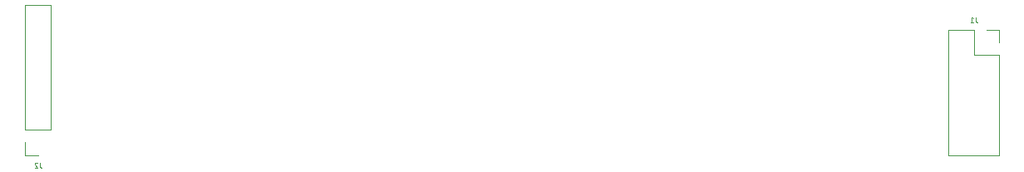
<source format=gbr>
%TF.GenerationSoftware,KiCad,Pcbnew,(5.1.10-1-10_14)*%
%TF.CreationDate,2021-09-17T00:17:13-04:00*%
%TF.ProjectId,clock,636c6f63-6b2e-46b6-9963-61645f706362,rev?*%
%TF.SameCoordinates,Original*%
%TF.FileFunction,Legend,Bot*%
%TF.FilePolarity,Positive*%
%FSLAX46Y46*%
G04 Gerber Fmt 4.6, Leading zero omitted, Abs format (unit mm)*
G04 Created by KiCad (PCBNEW (5.1.10-1-10_14)) date 2021-09-17 00:17:13*
%MOMM*%
%LPD*%
G01*
G04 APERTURE LIST*
%ADD10C,0.120000*%
%ADD11C,0.080000*%
G04 APERTURE END LIST*
D10*
%TO.C,J2*%
X125162000Y-106112000D02*
X127822000Y-106112000D01*
X125162000Y-118872000D02*
X125162000Y-106112000D01*
X127822000Y-118872000D02*
X127822000Y-106112000D01*
X125162000Y-118872000D02*
X127822000Y-118872000D01*
X125162000Y-120142000D02*
X125162000Y-121472000D01*
X125162000Y-121472000D02*
X126492000Y-121472000D01*
%TO.C,J1*%
X224342000Y-121472000D02*
X219142000Y-121472000D01*
X224342000Y-111252000D02*
X224342000Y-121472000D01*
X219142000Y-108652000D02*
X219142000Y-121472000D01*
X224342000Y-111252000D02*
X221742000Y-111252000D01*
X221742000Y-111252000D02*
X221742000Y-108652000D01*
X221742000Y-108652000D02*
X219142000Y-108652000D01*
X224342000Y-109982000D02*
X224342000Y-108652000D01*
X224342000Y-108652000D02*
X223012000Y-108652000D01*
%TO.C,J2*%
D11*
X126658666Y-122198190D02*
X126658666Y-122555333D01*
X126682476Y-122626761D01*
X126730095Y-122674380D01*
X126801523Y-122698190D01*
X126849142Y-122698190D01*
X126444380Y-122245809D02*
X126420571Y-122222000D01*
X126372952Y-122198190D01*
X126253904Y-122198190D01*
X126206285Y-122222000D01*
X126182476Y-122245809D01*
X126158666Y-122293428D01*
X126158666Y-122341047D01*
X126182476Y-122412476D01*
X126468190Y-122698190D01*
X126158666Y-122698190D01*
%TO.C,J1*%
X221908666Y-107378190D02*
X221908666Y-107735333D01*
X221932476Y-107806761D01*
X221980095Y-107854380D01*
X222051523Y-107878190D01*
X222099142Y-107878190D01*
X221408666Y-107878190D02*
X221694380Y-107878190D01*
X221551523Y-107878190D02*
X221551523Y-107378190D01*
X221599142Y-107449619D01*
X221646761Y-107497238D01*
X221694380Y-107521047D01*
%TD*%
M02*

</source>
